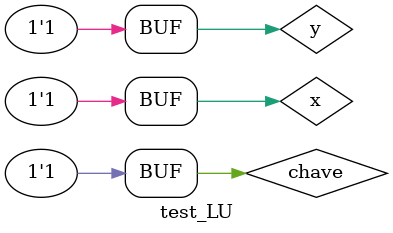
<source format=v>
   module LU (output [1:0]s, input a, input b, input chave);

   wire [3:0] c;
   wire [1:0] d;
   wire [1:0] e;

   and AND1(c[0], a, b);
   or  OR1 (c[1], a, b);
   nand NAND1(c[2], a, b);
   nor NOR1(c[3], a, b);
   and AND2(d[0], c[0], ~chave);
   and AND3(d[1], c[1], ~chave);
   and AND4(e[0], c[2], chave);
   and AND5(e[1], c[3], chave);  
   orgate OR2(s, d, e );

   endmodule // LU
   
   module orgate (output [1:0] s, input[1:0] a, input[1:0]b);
          or OR1 (s[0], a[0], b[0]);
          or OR2 (s[1], a[1], b[1]);
   endmodule



   module test_LU;
// ------------------------- definir dados
   reg x, y, chave;
   wire [1:0] z;
   LU modulo (z, x, y, chave);

// ------------------------- parte principal
   initial begin
   $display("Exemplo0033 - Roger Rubens Machado - 430533");
   $display("Test LU's module");
   $display("\n A | B | KEY | OR/AND | NOR/NAND");
   $monitor("%1b    %1b    %1b       %2b ",x,y,chave,z);
          x = 1'b0;   y = 1'b0;   chave = 0;
       #1 x = 1'b0;   y = 4'b1;   chave = 0;
       #1 x = 1'b1;   y = 4'b0;   chave = 0;
       #1 x = 1'b1;   y = 4'b1;   chave = 0;
       #1 x = 1'b0;   y = 1'b0;   chave = 1;
       #1 x = 1'b0;   y = 4'b1;   chave = 1;
       #1 x = 1'b1;   y = 4'b0;   chave = 1;
       #1 x = 1'b1;   y = 4'b1;   chave = 1;

   end
endmodule // test_f4
</source>
